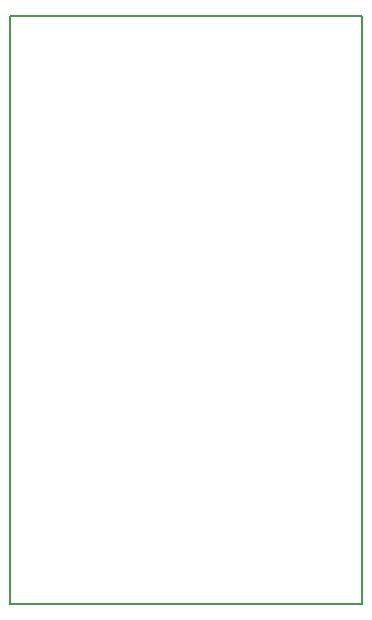
<source format=gbo>
G04 MADE WITH FRITZING*
G04 WWW.FRITZING.ORG*
G04 DOUBLE SIDED*
G04 HOLES PLATED*
G04 CONTOUR ON CENTER OF CONTOUR VECTOR*
%ASAXBY*%
%FSLAX23Y23*%
%MOIN*%
%OFA0B0*%
%SFA1.0B1.0*%
%ADD10R,1.181100X1.968500X1.165100X1.952500*%
%ADD11C,0.008000*%
%LNSILK0*%
G90*
G70*
G54D11*
X4Y1965D02*
X1177Y1965D01*
X1177Y4D01*
X4Y4D01*
X4Y1965D01*
D02*
G04 End of Silk0*
M02*
</source>
